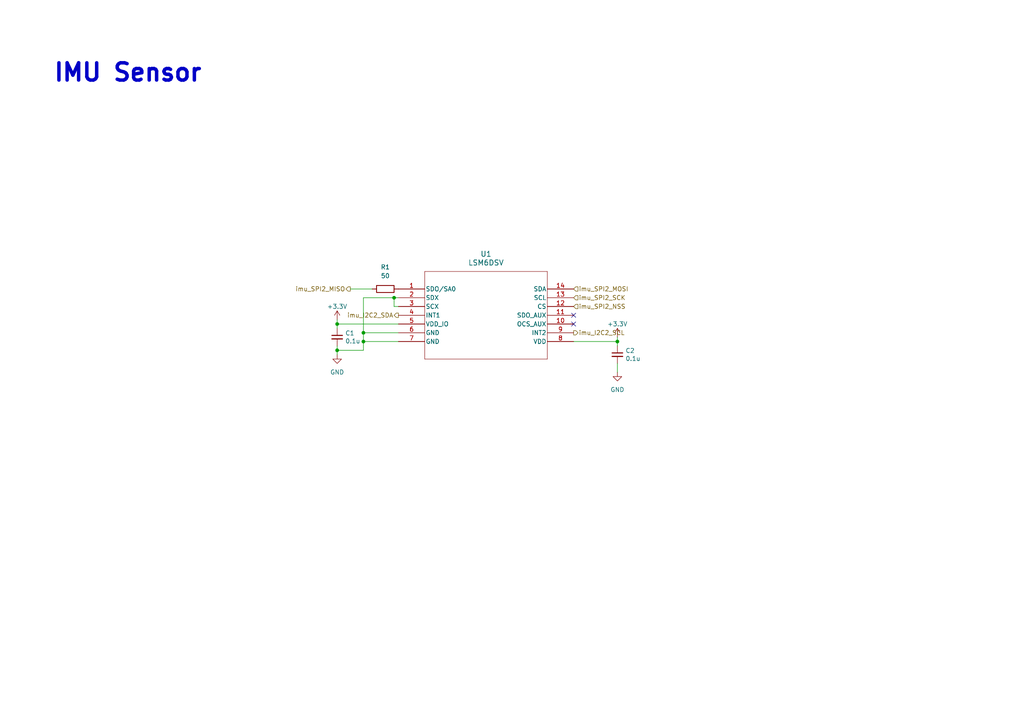
<source format=kicad_sch>
(kicad_sch (version 20230121) (generator eeschema)
  (paper "A4")
  (lib_symbols
    (symbol "Device:C_Small" (pin_numbers hide) (pin_names (offset 0.254) hide)
      (property "Reference" "C" (at 0.254 1.778 0))
      (property "Value" "C_Small" (at 0.254 -2.032 0))
      (symbol "C_Small_0_1"
        (polyline (pts (xy -1.524 -0.508) (xy 1.524 -0.508)) (stroke (width 0.3302)))
        (polyline (pts (xy -1.524 0.508) (xy 1.524 0.508)) (stroke (width 0.3048)))
      )
      (symbol "C_Small_1_1"
        (pin passive line (at 0 2.54 270) (length 2.032) (name "~") (number "1"))
        (pin passive line (at 0 -2.54 90) (length 2.032) (name "~") (number "2"))
      )
    )
    (symbol "Device:R" (pin_numbers hide) (pin_names (offset 0))
      (property "Reference" "R" (at 2.032 0 90))
      (property "Value" "R" (at 0 0 90))
      (symbol "R_0_1"
        (rectangle (start -1.016 -2.54) (end 1.016 2.54) (stroke (width 0.254)))
      )
      (symbol "R_1_1"
        (pin passive line (at 0 3.81 270) (length 1.27) (name "~") (number "1"))
        (pin passive line (at 0 -3.81 90) (length 1.27) (name "~") (number "2"))
      )
    )
    (symbol "power:+3.3V" (power) (pin_names (offset 0))
      (property "Value" "+3.3V" (at 0 3.556 0))
      (symbol "+3.3V_0_1"
        (polyline (pts (xy -0.762 1.27) (xy 0 2.54)))
        (polyline (pts (xy 0 0) (xy 0 2.54)))
        (polyline (pts (xy 0 2.54) (xy 0.762 1.27)))
      )
      (symbol "+3.3V_1_1"
        (pin power_in line (at 0 0 90) (length 0) hide (name "+3.3V") (number "1"))
      )
    )
    (symbol "power:GND" (power) (pin_names (offset 0))
      (property "Value" "GND" (at 0 -3.81 0))
      (symbol "GND_0_1"
        (polyline (pts (xy 0 0) (xy 0 -1.27) (xy 1.27 -1.27) (xy 0 -2.54) (xy -1.27 -1.27) (xy 0 -1.27)))
      )
      (symbol "GND_1_1"
        (pin power_in line (at 0 0 270) (length 0) hide (name "GND") (number "1"))
      )
    )
    (symbol "utsvt-chips:LSM6DSV" (pin_names (offset 0.254))
      (property "Reference" "U1" (at 25.4 10.16 0))
      (property "Value" "LSM6DSV" (at 25.4 7.62 0))
      (symbol "LSM6DSV_0_1"
        (polyline (pts (xy 7.62 -20.32) (xy 43.18 -20.32)) (stroke (width 0.127)))
        (polyline (pts (xy 7.62 5.08) (xy 7.62 -20.32)) (stroke (width 0.127)))
        (polyline (pts (xy 43.18 -20.32) (xy 43.18 5.08)) (stroke (width 0.127)))
        (polyline (pts (xy 43.18 5.08) (xy 7.62 5.08)) (stroke (width 0.127)))
      )
      (symbol "LSM6DSV_1_1"
        (pin output line (at 0 0 0) (length 7.62) (name "SDO/SA0") (number "1"))
        (pin bidirectional line (at 50.8 -10.16 180) (length 7.62) (name "OCS_AUX") (number "10"))
        (pin bidirectional line (at 50.8 -7.62 180) (length 7.62) (name "SDO_AUX") (number "11"))
        (pin input line (at 50.8 -5.08 180) (length 7.62) (name "CS") (number "12"))
        (pin input line (at 50.8 -2.54 180) (length 7.62) (name "SCL") (number "13"))
        (pin input line (at 50.8 0 180) (length 7.62) (name "SDA") (number "14"))
        (pin passive line (at 0 -2.54 0) (length 7.62) (name "SDX") (number "2"))
        (pin passive line (at 0 -5.08 0) (length 7.62) (name "SCX") (number "3"))
        (pin output line (at 0 -7.62 0) (length 7.62) (name "INT1") (number "4"))
        (pin passive line (at 0 -10.16 0) (length 7.62) (name "VDD_IO") (number "5"))
        (pin passive line (at 0 -12.7 0) (length 7.62) (name "GND") (number "6"))
        (pin passive line (at 0 -15.24 0) (length 7.62) (name "GND") (number "7"))
        (pin passive line (at 50.8 -15.24 180) (length 7.62) (name "VDD") (number "8"))
        (pin output line (at 50.8 -12.7 180) (length 7.62) (name "INT2") (number "9"))
      )
    )
  )
  (junction (at 97.79 101.6))
  (junction (at 105.41 96.52))
  (junction (at 105.41 99.06))
  (junction (at 114.3 86.36))
  (junction (at 97.79 93.98))
  (junction (at 179.07 99.06))
  (no_connect (at 166.37 93.98))
  (no_connect (at 166.37 91.44))
  (wire (pts (xy 105.41 86.36) (xy 114.3 86.36)))
  (wire (pts (xy 114.3 86.36) (xy 114.3 88.9)))
  (wire (pts (xy 179.07 97.79) (xy 179.07 99.06)))
  (wire (pts (xy 105.41 96.52) (xy 115.57 96.52)))
  (wire (pts (xy 97.79 92.71) (xy 97.79 93.98)))
  (wire (pts (xy 179.07 105.41) (xy 179.07 107.95)))
  (wire (pts (xy 115.57 86.36) (xy 114.3 86.36)))
  (wire (pts (xy 97.79 93.98) (xy 115.57 93.98)))
  (wire (pts (xy 105.41 99.06) (xy 105.41 101.6)))
  (wire (pts (xy 105.41 86.36) (xy 105.41 96.52)))
  (wire (pts (xy 114.3 88.9) (xy 115.57 88.9)))
  (wire (pts (xy 97.79 101.6) (xy 105.41 101.6)))
  (wire (pts (xy 105.41 99.06) (xy 115.57 99.06)))
  (wire (pts (xy 97.79 93.98) (xy 97.79 95.25)))
  (wire (pts (xy 97.79 100.33) (xy 97.79 101.6)))
  (wire (pts (xy 97.79 101.6) (xy 97.79 102.87)))
  (wire (pts (xy 179.07 99.06) (xy 179.07 100.33)))
  (wire (pts (xy 179.07 99.06) (xy 166.37 99.06)))
  (wire (pts (xy 101.6 83.82) (xy 107.95 83.82)))
  (wire (pts (xy 105.41 96.52) (xy 105.41 99.06)))
  (text "IMU Sensor\n" (at 15.24 24.13 0) (effects (font (size 5 5) (thickness 1) bold) (justify left bottom)))
  (hierarchical_label "imu_I2C2_SCL" (shape output) (at 166.37 96.52 0))
  (hierarchical_label "imu_I2C2_SDA" (shape output) (at 115.57 91.44 180))
  (hierarchical_label "imu_SPI2_SCK" (shape input) (at 166.37 86.36 0))
  (hierarchical_label "imu_SPI2_MISO" (shape output) (at 101.6 83.82 180))
  (hierarchical_label "imu_SPI2_MOSI" (shape input) (at 166.37 83.82 0))
  (hierarchical_label "imu_SPI2_NSS" (shape input) (at 166.37 88.9 0))
  (symbol (lib_id "power:GND") (at 97.79 102.87 0) (unit 1)
    (property "Reference" "#PWR012" (effects hide))
    (property "Value" "GND" (at 97.79 107.95 0))
    (instances (project "Telemetry-Peripheral-SOM-Daughterboard-IMU" (path "" (reference "#PWR012") (unit 1)) (path "" (reference "#PWR021") (unit 1))))
  )
  (symbol (lib_id "power:+3.3V") (at 97.79 92.71 0) (unit 1)
    (property "Reference" "#PWR010" (effects hide))
    (property "Value" "+3.3V" (at 97.79 88.9 0))
    (instances (project "Telemetry-Peripheral-SOM-Daughterboard-IMU" (path "" (reference "#PWR010") (unit 1)) (path "" (reference "#PWR019") (unit 1))) (project "BPS-PeripheralSOM" (path "" (reference "#PWR043") (unit 1))))
  )
  (symbol (lib_id "Device:C_Small") (at 179.07 102.87 0) (unit 1)
    (property "Reference" "C2" (at 181.4068 101.7016 0) (effects (justify left)))
    (property "Value" "0.1u" (at 181.4068 104.013 0) (effects (justify left)))
    (property "Footprint" "Capacitor_SMD:C_0805_2012Metric" (effects hide))
    (property "Datasheet" "https://www.mouser.com/datasheet/2/212/KEM_C1002_X7R_SMD-1102033.pdf" (effects hide))
    (property "P/N" "C0805C104K5RAC7411" (effects hide))
    (instances (project "Telemetry-Peripheral-SOM-Daughterboard-IMU" (path "" (reference "C2") (unit 1)) (path "" (reference "C2") (unit 1))) (project "Telemetry-Primary" (path "" (reference "C46") (unit 1))))
  )
  (symbol (lib_id "Device:C_Small") (at 97.79 97.79 0) (unit 1)
    (property "Reference" "C1" (at 100.1268 96.6216 0) (effects (justify left)))
    (property "Value" "0.1u" (at 100.1268 98.933 0) (effects (justify left)))
    (property "Footprint" "Capacitor_SMD:C_0805_2012Metric" (effects hide))
    (property "Datasheet" "https://www.mouser.com/datasheet/2/212/KEM_C1002_X7R_SMD-1102033.pdf" (effects hide))
    (property "P/N" "C0805C104K5RAC7411" (effects hide))
    (instances (project "Telemetry-Peripheral-SOM-Daughterboard-IMU" (path "" (reference "C1") (unit 1)) (path "" (reference "C1") (unit 1))) (project "Telemetry-Primary" (path "" (reference "C46") (unit 1))))
  )
  (symbol (lib_id "power:+3.3V") (at 179.07 97.79 0) (unit 1)
    (property "Reference" "#PWR011" (effects hide))
    (property "Value" "+3.3V" (at 179.07 93.98 0))
    (instances (project "Telemetry-Peripheral-SOM-Daughterboard-IMU" (path "" (reference "#PWR011") (unit 1)) (path "" (reference "#PWR020") (unit 1))) (project "BPS-PeripheralSOM" (path "" (reference "#PWR043") (unit 1))))
  )
  (symbol (lib_id "utsvt-chips:LSM6DSV") (at 115.57 83.82 0) (unit 1)
    (property "Reference" "U1" (at 140.97 73.66 0) (effects (font (size 1.524 1.524))))
    (property "Value" "LSM6DSV" (at 140.97 76.2 0) (effects (font (size 1.524 1.524))))
    (property "Footprint" "UTSVT_Special:LGA14-L_2P59X3P1X0P5_STM" (effects hide))
    (property "Datasheet" "https://www.mouser.com/datasheet/2/389/lsm6dsv-3006811.pdf" (effects hide))
    (property "P/N" "LSM6DSV" (effects hide))
  )
  (symbol (lib_id "Device:R") (at 111.76 83.82 90) (unit 1)
    (property "Reference" "R1" (at 111.76 77.47 90))
    (property "Value" "50" (at 111.76 80.01 90))
    (property "Footprint" "Resistor_SMD:R_0805_2012Metric" (effects hide))
  )
  (symbol (lib_id "power:GND") (at 179.07 107.95 0) (unit 1)
    (property "Reference" "#PWR013" (effects hide))
    (property "Value" "GND" (at 179.07 113.03 0))
    (instances (project "Telemetry-Peripheral-SOM-Daughterboard-IMU" (path "" (reference "#PWR013") (unit 1)) (path "" (reference "#PWR022") (unit 1))))
  )
)
</source>
